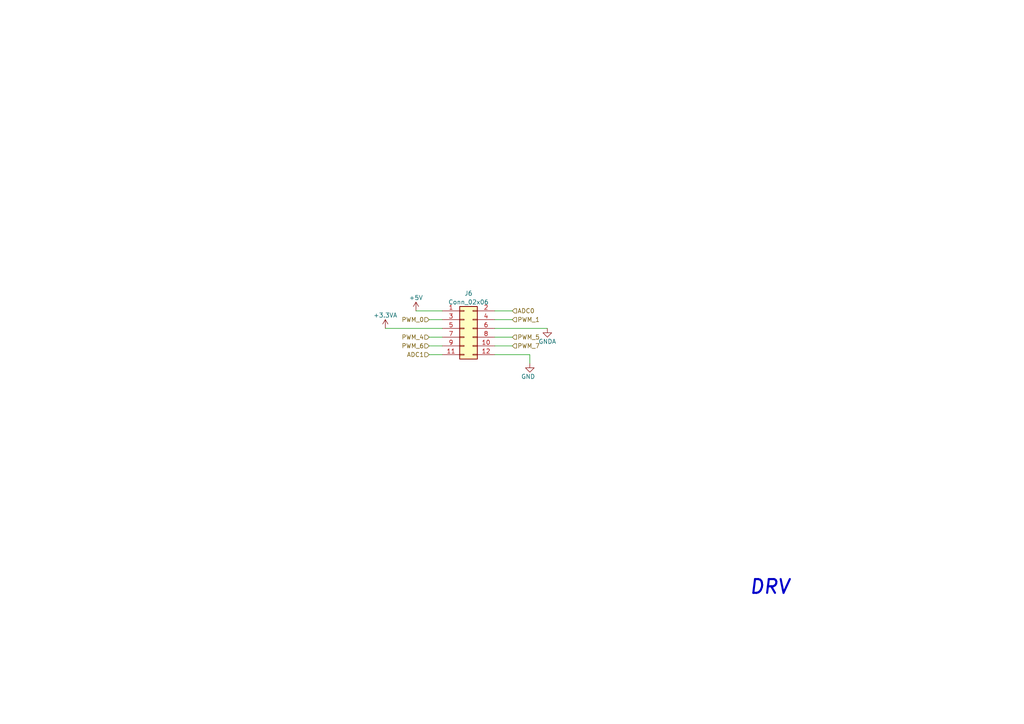
<source format=kicad_sch>
(kicad_sch (version 20230121) (generator eeschema)
  (paper "A4")
  (lib_symbols
    (symbol "05_HPM_Connector_PinHeader:Conn_02x06" (pin_names (offset 1.016) hide)
      (property "Reference" "J" (at 1.27 7.62 0))
      (property "Value" "Conn_02x06" (at 1.27 -10.16 0))
      (symbol "Conn_02x06_1_1"
        (rectangle (start -1.27 -7.493) (end 0 -7.747) (stroke (width 0.1524)))
        (rectangle (start -1.27 -4.953) (end 0 -5.207) (stroke (width 0.1524)))
        (rectangle (start -1.27 -2.413) (end 0 -2.667) (stroke (width 0.1524)))
        (rectangle (start -1.27 0.127) (end 0 -0.127) (stroke (width 0.1524)))
        (rectangle (start -1.27 2.667) (end 0 2.413) (stroke (width 0.1524)))
        (rectangle (start -1.27 5.207) (end 0 4.953) (stroke (width 0.1524)))
        (rectangle (start -1.27 6.35) (end 3.81 -8.89) (stroke (width 0.254)) (fill (type background)))
        (rectangle (start 3.81 -7.493) (end 2.54 -7.747) (stroke (width 0.1524)))
        (rectangle (start 3.81 -4.953) (end 2.54 -5.207) (stroke (width 0.1524)))
        (rectangle (start 3.81 -2.413) (end 2.54 -2.667) (stroke (width 0.1524)))
        (rectangle (start 3.81 0.127) (end 2.54 -0.127) (stroke (width 0.1524)))
        (rectangle (start 3.81 2.667) (end 2.54 2.413) (stroke (width 0.1524)))
        (rectangle (start 3.81 5.207) (end 2.54 4.953) (stroke (width 0.1524)))
        (pin passive line (at -6.35 5.08 0) (length 5.08) (name "") (number "1"))
        (pin passive line (at 8.89 -5.08 180) (length 5.08) (name "") (number "10"))
        (pin passive line (at -6.35 -7.62 0) (length 5.08) (name "") (number "11"))
        (pin passive line (at 8.89 -7.62 180) (length 5.08) (name "") (number "12"))
        (pin passive line (at 8.89 5.08 180) (length 5.08) (name "") (number "2"))
        (pin passive line (at -6.35 2.54 0) (length 5.08) (name "") (number "3"))
        (pin passive line (at 8.89 2.54 180) (length 5.08) (name "") (number "4"))
        (pin passive line (at -6.35 0 0) (length 5.08) (name "") (number "5"))
        (pin passive line (at 8.89 0 180) (length 5.08) (name "") (number "6"))
        (pin passive line (at -6.35 -2.54 0) (length 5.08) (name "") (number "7"))
        (pin passive line (at 8.89 -2.54 180) (length 5.08) (name "") (number "8"))
        (pin passive line (at -6.35 -5.08 0) (length 5.08) (name "") (number "9"))
      )
    )
    (symbol "power:+3.3VA" (power) (pin_names (offset 0))
      (property "Value" "+3.3VA" (at 0 3.556 0))
      (symbol "+3.3VA_0_1"
        (polyline (pts (xy -0.762 1.27) (xy 0 2.54)))
        (polyline (pts (xy 0 0) (xy 0 2.54)))
        (polyline (pts (xy 0 2.54) (xy 0.762 1.27)))
      )
      (symbol "+3.3VA_1_1"
        (pin power_in line (at 0 0 90) (length 0) hide (name "+3.3VA") (number "1"))
      )
    )
    (symbol "power:+5V" (power) (pin_names (offset 0))
      (property "Value" "+5V" (at 0 3.556 0))
      (symbol "+5V_0_1"
        (polyline (pts (xy -0.762 1.27) (xy 0 2.54)))
        (polyline (pts (xy 0 0) (xy 0 2.54)))
        (polyline (pts (xy 0 2.54) (xy 0.762 1.27)))
      )
      (symbol "+5V_1_1"
        (pin power_in line (at 0 0 90) (length 0) hide (name "+5V") (number "1"))
      )
    )
    (symbol "power:GND" (power) (pin_names (offset 0))
      (property "Value" "GND" (at 0 -3.81 0))
      (symbol "GND_0_1"
        (polyline (pts (xy 0 0) (xy 0 -1.27) (xy 1.27 -1.27) (xy 0 -2.54) (xy -1.27 -1.27) (xy 0 -1.27)))
      )
      (symbol "GND_1_1"
        (pin power_in line (at 0 0 270) (length 0) hide (name "GND") (number "1"))
      )
    )
    (symbol "power:GNDA" (power) (pin_names (offset 0))
      (property "Value" "GNDA" (at 0 -3.81 0))
      (symbol "GNDA_0_1"
        (polyline (pts (xy 0 0) (xy 0 -1.27) (xy 1.27 -1.27) (xy 0 -2.54) (xy -1.27 -1.27) (xy 0 -1.27)))
      )
      (symbol "GNDA_1_1"
        (pin power_in line (at 0 0 270) (length 0) hide (name "GNDA") (number "1"))
      )
    )
  )
  (wire (pts (xy 143.51 102.87) (xy 153.67 102.87)))
  (wire (pts (xy 124.46 97.79) (xy 128.27 97.79)))
  (wire (pts (xy 143.51 100.33) (xy 148.59 100.33)))
  (wire (pts (xy 148.59 92.71) (xy 143.51 92.71)))
  (wire (pts (xy 153.67 102.87) (xy 153.67 105.41)))
  (wire (pts (xy 128.27 92.71) (xy 124.46 92.71)))
  (wire (pts (xy 128.27 95.25) (xy 111.76 95.25)))
  (wire (pts (xy 143.51 95.25) (xy 158.75 95.25)))
  (wire (pts (xy 143.51 97.79) (xy 148.59 97.79)))
  (wire (pts (xy 124.46 102.87) (xy 128.27 102.87)))
  (wire (pts (xy 128.27 100.33) (xy 124.46 100.33)))
  (wire (pts (xy 128.27 90.17) (xy 120.65 90.17)))
  (wire (pts (xy 143.51 90.17) (xy 148.59 90.17)))
  (text "DRV" (at 217.17 172.72 0) (effects (font (size 4 4) (thickness 0.6) bold italic) (justify left bottom)))
  (hierarchical_label "PWM_1" (shape input) (at 148.59 92.71 0))
  (hierarchical_label "PWM_0" (shape input) (at 124.46 92.71 180))
  (hierarchical_label "PWM_6" (shape input) (at 124.46 100.33 180))
  (hierarchical_label "PWM_7" (shape input) (at 148.59 100.33 0))
  (hierarchical_label "ADC1" (shape input) (at 124.46 102.87 180))
  (hierarchical_label "ADC0" (shape input) (at 148.59 90.17 0))
  (hierarchical_label "PWM_5" (shape input) (at 148.59 97.79 0))
  (hierarchical_label "PWM_4" (shape input) (at 124.46 97.79 180))
  (symbol (lib_id "power:GND") (at 153.67 105.41 0) (unit 1)
    (property "Reference" "#PWR048" (effects hide))
    (property "Value" "GND" (at 151.13 109.22 0) (effects (justify left)))
    (instances (project "HPM5300_DCServo_CTL_REVB" (path "" (reference "#PWR048") (unit 1)) (path "" (reference "#PWR0141") (unit 1))) (project "DCServo_DRV" (path "" (reference "#PWR06") (unit 1))) (project "HPM5300 SKT Board QFN48 REVA" (path "" (reference "#PWR037") (unit 1))))
  )
  (symbol (lib_id "05_HPM_Connector_PinHeader:Conn_02x06") (at 134.62 95.25 0) (unit 1)
    (property "Reference" "J6" (at 135.89 85.09 0))
    (property "Value" "Conn_02x06" (at 135.89 87.63 0))
    (property "Footprint" "05_HPM_Connector_PinHeader:PinHeader_2x06_P2.54mm_Vertical" (effects hide))
    (property "Model" "2.54-2*6P直针" (effects hide))
    (property "Company" "BOOMELE(博穆精密) " (effects hide))
  )
  (symbol (lib_id "power:GNDA") (at 158.75 95.25 0) (mirror y) (unit 1)
    (property "Reference" "#PWR065" (effects hide))
    (property "Value" "GNDA" (at 158.75 99.06 0))
    (instances (project "HPM5300_DCServo_CTL_REVB" (path "" (reference "#PWR065") (unit 1)) (path "" (reference "#PWR0160") (unit 1))) (project "DCServo_DRV" (path "" (reference "#PWR022") (unit 1))) (project "HPM5300 SKT Board QFN48 REVA" (path "" (reference "#PWR039") (unit 1))))
  )
  (symbol (lib_id "power:+5V") (at 120.65 90.17 0) (unit 1)
    (property "Reference" "#PWR021" (effects hide))
    (property "Value" "+5V" (at 120.65 86.36 0))
    (instances (project "HPM5300_DCServo_CTL_REVB" (path "" (reference "#PWR021") (unit 1)) (path "" (reference "#PWR0142") (unit 1))) (project "HPM5300 SKT Board QFN48 REVA" (path "" (reference "#PWR029") (unit 1))))
  )
  (symbol (lib_id "power:+3.3VA") (at 111.76 95.25 0) (mirror y) (unit 1)
    (property "Reference" "#PWR064" (effects hide))
    (property "Value" "+3.3VA" (at 111.76 91.44 0))
    (instances (project "HPM5300_DCServo_CTL_REVB" (path "" (reference "#PWR064") (unit 1)) (path "" (reference "#PWR0161") (unit 1))) (project "DCServo_DRV" (path "" (reference "#PWR021") (unit 1))) (project "HPM5300 SKT Board QFN48 REVA" (path "" (reference "#PWR033") (unit 1))))
  )
)
</source>
